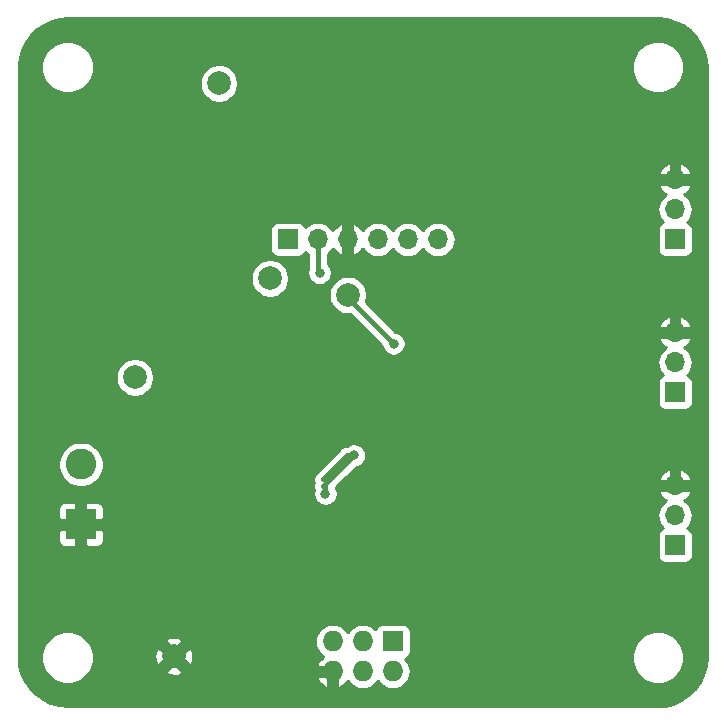
<source format=gbr>
G04 #@! TF.GenerationSoftware,KiCad,Pcbnew,5.1.4+dfsg1-1*
G04 #@! TF.CreationDate,2019-10-01T15:37:08+02:00*
G04 #@! TF.ProjectId,joystick-pcb,6a6f7973-7469-4636-9b2d-7063622e6b69,1*
G04 #@! TF.SameCoordinates,Original*
G04 #@! TF.FileFunction,Copper,L2,Bot*
G04 #@! TF.FilePolarity,Positive*
%FSLAX46Y46*%
G04 Gerber Fmt 4.6, Leading zero omitted, Abs format (unit mm)*
G04 Created by KiCad (PCBNEW 5.1.4+dfsg1-1) date 2019-10-01 15:37:08*
%MOMM*%
%LPD*%
G04 APERTURE LIST*
%ADD10C,2.600000*%
%ADD11R,2.600000X2.600000*%
%ADD12C,2.000000*%
%ADD13O,1.700000X1.700000*%
%ADD14R,1.700000X1.700000*%
%ADD15O,1.727200X1.727200*%
%ADD16R,1.727200X1.727200*%
%ADD17C,1.200000*%
%ADD18C,0.800000*%
%ADD19C,2.400000*%
%ADD20C,0.400000*%
%ADD21C,0.254000*%
G04 APERTURE END LIST*
D10*
X136144000Y-88646000D03*
D11*
X136144000Y-93726000D03*
D12*
X144018000Y-104902000D03*
X152146000Y-72898000D03*
X158750000Y-74295000D03*
X140716000Y-81280000D03*
X147828000Y-56388000D03*
D13*
X166370000Y-69596000D03*
X163830000Y-69596000D03*
X161290000Y-69596000D03*
X158750000Y-69596000D03*
X156210000Y-69596000D03*
D14*
X153670000Y-69596000D03*
D13*
X186452000Y-64516000D03*
X186452000Y-67056000D03*
D14*
X186452000Y-69596000D03*
D13*
X186452000Y-77470000D03*
X186452000Y-80010000D03*
D14*
X186452000Y-82550000D03*
D13*
X186452000Y-90424000D03*
X186452000Y-92964000D03*
D14*
X186452000Y-95504000D03*
D15*
X157480000Y-106172000D03*
X157480000Y-103632000D03*
X160020000Y-106172000D03*
X160020000Y-103632000D03*
X162560000Y-106172000D03*
D16*
X162560000Y-103632000D03*
D17*
X146304000Y-65532000D03*
X146304000Y-64008000D03*
D18*
X140208000Y-67056000D03*
X140208000Y-68580000D03*
X140208000Y-70104000D03*
X140208000Y-71628000D03*
X138430000Y-71628000D03*
X138430000Y-70104000D03*
X138430000Y-68580000D03*
X138430000Y-67056000D03*
X136652000Y-71628000D03*
X136652000Y-70104000D03*
X136652000Y-68580000D03*
X136652000Y-67056000D03*
X179340000Y-63770000D03*
X179340000Y-76692010D03*
X179340000Y-89678000D03*
D19*
X144780000Y-54102000D03*
X133132500Y-76236500D03*
D17*
X138938000Y-76200000D03*
X149860000Y-58420000D03*
X159512011Y-83058011D03*
X158369004Y-84201000D03*
D18*
X166624000Y-92456000D03*
X162560000Y-94996000D03*
X165100000Y-88900000D03*
X151638000Y-80264000D03*
X148082000Y-90424000D03*
X146812000Y-87629930D03*
X152908000Y-82621000D03*
X154813000Y-77089000D03*
X157676307Y-78289693D03*
X156362943Y-72415943D03*
X159258000Y-87884000D03*
X156845000Y-91122502D03*
X162615186Y-78414186D03*
D20*
X156210000Y-72263000D02*
X156362943Y-72415943D01*
X156210000Y-69596000D02*
X156210000Y-72263000D01*
X158692315Y-87884000D02*
X156660315Y-89916000D01*
X159258000Y-87884000D02*
X158692315Y-87884000D01*
X159258000Y-87884000D02*
X156654500Y-90487500D01*
X159258000Y-87884000D02*
X156845000Y-90297000D01*
X156845000Y-90556817D02*
X156845000Y-91122502D01*
X156845000Y-90297000D02*
X156845000Y-90556817D01*
X162615186Y-78414186D02*
X162615186Y-78287186D01*
X158750000Y-74549000D02*
X158750000Y-74295000D01*
X162615186Y-78414186D02*
X158750000Y-74549000D01*
D21*
G36*
X185728081Y-50953497D02*
G01*
X186433147Y-51146381D01*
X187092916Y-51461075D01*
X187686527Y-51887628D01*
X188195221Y-52412559D01*
X188602920Y-53019279D01*
X188896734Y-53688605D01*
X189069011Y-54406191D01*
X189115000Y-55032447D01*
X189115001Y-104960579D01*
X189046503Y-105728082D01*
X188853619Y-106433147D01*
X188538926Y-107092914D01*
X188112372Y-107686526D01*
X187587438Y-108195223D01*
X186980723Y-108602919D01*
X186311395Y-108896734D01*
X185593810Y-109069011D01*
X184967554Y-109115000D01*
X135039409Y-109115000D01*
X134271918Y-109046503D01*
X133566853Y-108853619D01*
X132907086Y-108538926D01*
X132313474Y-108112372D01*
X131804777Y-107587438D01*
X131397081Y-106980723D01*
X131103266Y-106311395D01*
X130930989Y-105593810D01*
X130885000Y-104967554D01*
X130885000Y-104779872D01*
X132765000Y-104779872D01*
X132765000Y-105220128D01*
X132850890Y-105651925D01*
X133019369Y-106058669D01*
X133263962Y-106424729D01*
X133575271Y-106736038D01*
X133941331Y-106980631D01*
X134348075Y-107149110D01*
X134779872Y-107235000D01*
X135220128Y-107235000D01*
X135651925Y-107149110D01*
X136058669Y-106980631D01*
X136377695Y-106767465D01*
X156104767Y-106767465D01*
X156247361Y-107024318D01*
X156437325Y-107248417D01*
X156667358Y-107431150D01*
X156884537Y-107547218D01*
X157107000Y-107458883D01*
X157107000Y-106545000D01*
X156187297Y-106545000D01*
X156104767Y-106767465D01*
X136377695Y-106767465D01*
X136424729Y-106736038D01*
X136736038Y-106424729D01*
X136898540Y-106181527D01*
X143265974Y-106181527D01*
X143379302Y-106415678D01*
X143686877Y-106511197D01*
X144007178Y-106544875D01*
X144327895Y-106515418D01*
X144636703Y-106423960D01*
X144656698Y-106415678D01*
X144770026Y-106181527D01*
X144018000Y-105429502D01*
X143265974Y-106181527D01*
X136898540Y-106181527D01*
X136980631Y-106058669D01*
X137149110Y-105651925D01*
X137235000Y-105220128D01*
X137235000Y-104891178D01*
X142375125Y-104891178D01*
X142404582Y-105211895D01*
X142496040Y-105520703D01*
X142504322Y-105540698D01*
X142738473Y-105654026D01*
X143490498Y-104902000D01*
X144545502Y-104902000D01*
X145297527Y-105654026D01*
X145531678Y-105540698D01*
X145627197Y-105233123D01*
X145660875Y-104912822D01*
X145631418Y-104592105D01*
X145539960Y-104283297D01*
X145531678Y-104263302D01*
X145297527Y-104149974D01*
X144545502Y-104902000D01*
X143490498Y-104902000D01*
X142738473Y-104149974D01*
X142504322Y-104263302D01*
X142408803Y-104570877D01*
X142375125Y-104891178D01*
X137235000Y-104891178D01*
X137235000Y-104779872D01*
X137149110Y-104348075D01*
X136980631Y-103941331D01*
X136767578Y-103622473D01*
X143265974Y-103622473D01*
X144018000Y-104374498D01*
X144760498Y-103632000D01*
X155974149Y-103632000D01*
X156003084Y-103925777D01*
X156088775Y-104208264D01*
X156227931Y-104468606D01*
X156415203Y-104696797D01*
X156643394Y-104884069D01*
X156682300Y-104904865D01*
X156667358Y-104912850D01*
X156437325Y-105095583D01*
X156247361Y-105319682D01*
X156104767Y-105576535D01*
X156187297Y-105799000D01*
X157107000Y-105799000D01*
X157107000Y-105779000D01*
X157853000Y-105779000D01*
X157853000Y-105799000D01*
X157873000Y-105799000D01*
X157873000Y-106545000D01*
X157853000Y-106545000D01*
X157853000Y-107458883D01*
X158075463Y-107547218D01*
X158292642Y-107431150D01*
X158522675Y-107248417D01*
X158712639Y-107024318D01*
X158745087Y-106965869D01*
X158767931Y-107008606D01*
X158955203Y-107236797D01*
X159183394Y-107424069D01*
X159443736Y-107563225D01*
X159726223Y-107648916D01*
X159946381Y-107670600D01*
X160093619Y-107670600D01*
X160313777Y-107648916D01*
X160596264Y-107563225D01*
X160856606Y-107424069D01*
X161084797Y-107236797D01*
X161272069Y-107008606D01*
X161290000Y-106975060D01*
X161307931Y-107008606D01*
X161495203Y-107236797D01*
X161723394Y-107424069D01*
X161983736Y-107563225D01*
X162266223Y-107648916D01*
X162486381Y-107670600D01*
X162633619Y-107670600D01*
X162853777Y-107648916D01*
X163136264Y-107563225D01*
X163396606Y-107424069D01*
X163624797Y-107236797D01*
X163812069Y-107008606D01*
X163951225Y-106748264D01*
X164036916Y-106465777D01*
X164065851Y-106172000D01*
X164036916Y-105878223D01*
X163951225Y-105595736D01*
X163812069Y-105335394D01*
X163624797Y-105107203D01*
X163616735Y-105100586D01*
X163667780Y-105085102D01*
X163778094Y-105026137D01*
X163874785Y-104946785D01*
X163954137Y-104850094D01*
X163991672Y-104779872D01*
X182765000Y-104779872D01*
X182765000Y-105220128D01*
X182850890Y-105651925D01*
X183019369Y-106058669D01*
X183263962Y-106424729D01*
X183575271Y-106736038D01*
X183941331Y-106980631D01*
X184348075Y-107149110D01*
X184779872Y-107235000D01*
X185220128Y-107235000D01*
X185651925Y-107149110D01*
X186058669Y-106980631D01*
X186424729Y-106736038D01*
X186736038Y-106424729D01*
X186980631Y-106058669D01*
X187149110Y-105651925D01*
X187235000Y-105220128D01*
X187235000Y-104779872D01*
X187149110Y-104348075D01*
X186980631Y-103941331D01*
X186736038Y-103575271D01*
X186424729Y-103263962D01*
X186058669Y-103019369D01*
X185651925Y-102850890D01*
X185220128Y-102765000D01*
X184779872Y-102765000D01*
X184348075Y-102850890D01*
X183941331Y-103019369D01*
X183575271Y-103263962D01*
X183263962Y-103575271D01*
X183019369Y-103941331D01*
X182850890Y-104348075D01*
X182765000Y-104779872D01*
X163991672Y-104779872D01*
X164013102Y-104739780D01*
X164049412Y-104620082D01*
X164061672Y-104495600D01*
X164061672Y-102768400D01*
X164049412Y-102643918D01*
X164013102Y-102524220D01*
X163954137Y-102413906D01*
X163874785Y-102317215D01*
X163778094Y-102237863D01*
X163667780Y-102178898D01*
X163548082Y-102142588D01*
X163423600Y-102130328D01*
X161696400Y-102130328D01*
X161571918Y-102142588D01*
X161452220Y-102178898D01*
X161341906Y-102237863D01*
X161245215Y-102317215D01*
X161165863Y-102413906D01*
X161106898Y-102524220D01*
X161091414Y-102575265D01*
X161084797Y-102567203D01*
X160856606Y-102379931D01*
X160596264Y-102240775D01*
X160313777Y-102155084D01*
X160093619Y-102133400D01*
X159946381Y-102133400D01*
X159726223Y-102155084D01*
X159443736Y-102240775D01*
X159183394Y-102379931D01*
X158955203Y-102567203D01*
X158767931Y-102795394D01*
X158750000Y-102828940D01*
X158732069Y-102795394D01*
X158544797Y-102567203D01*
X158316606Y-102379931D01*
X158056264Y-102240775D01*
X157773777Y-102155084D01*
X157553619Y-102133400D01*
X157406381Y-102133400D01*
X157186223Y-102155084D01*
X156903736Y-102240775D01*
X156643394Y-102379931D01*
X156415203Y-102567203D01*
X156227931Y-102795394D01*
X156088775Y-103055736D01*
X156003084Y-103338223D01*
X155974149Y-103632000D01*
X144760498Y-103632000D01*
X144770026Y-103622473D01*
X144656698Y-103388322D01*
X144349123Y-103292803D01*
X144028822Y-103259125D01*
X143708105Y-103288582D01*
X143399297Y-103380040D01*
X143379302Y-103388322D01*
X143265974Y-103622473D01*
X136767578Y-103622473D01*
X136736038Y-103575271D01*
X136424729Y-103263962D01*
X136058669Y-103019369D01*
X135651925Y-102850890D01*
X135220128Y-102765000D01*
X134779872Y-102765000D01*
X134348075Y-102850890D01*
X133941331Y-103019369D01*
X133575271Y-103263962D01*
X133263962Y-103575271D01*
X133019369Y-103941331D01*
X132850890Y-104348075D01*
X132765000Y-104779872D01*
X130885000Y-104779872D01*
X130885000Y-95026000D01*
X134205928Y-95026000D01*
X134218188Y-95150482D01*
X134254498Y-95270180D01*
X134313463Y-95380494D01*
X134392815Y-95477185D01*
X134489506Y-95556537D01*
X134599820Y-95615502D01*
X134719518Y-95651812D01*
X134844000Y-95664072D01*
X135612250Y-95661000D01*
X135771000Y-95502250D01*
X135771000Y-94099000D01*
X136517000Y-94099000D01*
X136517000Y-95502250D01*
X136675750Y-95661000D01*
X137444000Y-95664072D01*
X137568482Y-95651812D01*
X137688180Y-95615502D01*
X137798494Y-95556537D01*
X137895185Y-95477185D01*
X137974537Y-95380494D01*
X138033502Y-95270180D01*
X138069812Y-95150482D01*
X138082072Y-95026000D01*
X138079000Y-94257750D01*
X137920250Y-94099000D01*
X136517000Y-94099000D01*
X135771000Y-94099000D01*
X134367750Y-94099000D01*
X134209000Y-94257750D01*
X134205928Y-95026000D01*
X130885000Y-95026000D01*
X130885000Y-92426000D01*
X134205928Y-92426000D01*
X134209000Y-93194250D01*
X134367750Y-93353000D01*
X135771000Y-93353000D01*
X135771000Y-91949750D01*
X136517000Y-91949750D01*
X136517000Y-93353000D01*
X137920250Y-93353000D01*
X138079000Y-93194250D01*
X138079920Y-92964000D01*
X184959815Y-92964000D01*
X184988487Y-93255111D01*
X185073401Y-93535034D01*
X185211294Y-93793014D01*
X185396866Y-94019134D01*
X185426687Y-94043607D01*
X185357820Y-94064498D01*
X185247506Y-94123463D01*
X185150815Y-94202815D01*
X185071463Y-94299506D01*
X185012498Y-94409820D01*
X184976188Y-94529518D01*
X184963928Y-94654000D01*
X184963928Y-96354000D01*
X184976188Y-96478482D01*
X185012498Y-96598180D01*
X185071463Y-96708494D01*
X185150815Y-96805185D01*
X185247506Y-96884537D01*
X185357820Y-96943502D01*
X185477518Y-96979812D01*
X185602000Y-96992072D01*
X187302000Y-96992072D01*
X187426482Y-96979812D01*
X187546180Y-96943502D01*
X187656494Y-96884537D01*
X187753185Y-96805185D01*
X187832537Y-96708494D01*
X187891502Y-96598180D01*
X187927812Y-96478482D01*
X187940072Y-96354000D01*
X187940072Y-94654000D01*
X187927812Y-94529518D01*
X187891502Y-94409820D01*
X187832537Y-94299506D01*
X187753185Y-94202815D01*
X187656494Y-94123463D01*
X187546180Y-94064498D01*
X187477313Y-94043607D01*
X187507134Y-94019134D01*
X187692706Y-93793014D01*
X187830599Y-93535034D01*
X187915513Y-93255111D01*
X187944185Y-92964000D01*
X187915513Y-92672889D01*
X187830599Y-92392966D01*
X187692706Y-92134986D01*
X187507134Y-91908866D01*
X187281014Y-91723294D01*
X187217379Y-91689280D01*
X187299457Y-91643461D01*
X187521078Y-91454699D01*
X187701615Y-91226328D01*
X187813345Y-91017265D01*
X187724718Y-90797000D01*
X186825000Y-90797000D01*
X186825000Y-90817000D01*
X186079000Y-90817000D01*
X186079000Y-90797000D01*
X185179282Y-90797000D01*
X185090655Y-91017265D01*
X185202385Y-91226328D01*
X185382922Y-91454699D01*
X185604543Y-91643461D01*
X185686621Y-91689280D01*
X185622986Y-91723294D01*
X185396866Y-91908866D01*
X185211294Y-92134986D01*
X185073401Y-92392966D01*
X184988487Y-92672889D01*
X184959815Y-92964000D01*
X138079920Y-92964000D01*
X138082072Y-92426000D01*
X138069812Y-92301518D01*
X138033502Y-92181820D01*
X137974537Y-92071506D01*
X137895185Y-91974815D01*
X137798494Y-91895463D01*
X137688180Y-91836498D01*
X137568482Y-91800188D01*
X137444000Y-91787928D01*
X136675750Y-91791000D01*
X136517000Y-91949750D01*
X135771000Y-91949750D01*
X135612250Y-91791000D01*
X134844000Y-91787928D01*
X134719518Y-91800188D01*
X134599820Y-91836498D01*
X134489506Y-91895463D01*
X134392815Y-91974815D01*
X134313463Y-92071506D01*
X134254498Y-92181820D01*
X134218188Y-92301518D01*
X134205928Y-92426000D01*
X130885000Y-92426000D01*
X130885000Y-91020563D01*
X155810000Y-91020563D01*
X155810000Y-91224441D01*
X155849774Y-91424400D01*
X155927795Y-91612758D01*
X156041063Y-91782276D01*
X156185226Y-91926439D01*
X156354744Y-92039707D01*
X156543102Y-92117728D01*
X156743061Y-92157502D01*
X156946939Y-92157502D01*
X157146898Y-92117728D01*
X157335256Y-92039707D01*
X157504774Y-91926439D01*
X157648937Y-91782276D01*
X157762205Y-91612758D01*
X157840226Y-91424400D01*
X157880000Y-91224441D01*
X157880000Y-91020563D01*
X157840226Y-90820604D01*
X157762205Y-90632246D01*
X157733533Y-90589335D01*
X158492132Y-89830735D01*
X185090655Y-89830735D01*
X185179282Y-90051000D01*
X186079000Y-90051000D01*
X186079000Y-89145343D01*
X186825000Y-89145343D01*
X186825000Y-90051000D01*
X187724718Y-90051000D01*
X187813345Y-89830735D01*
X187701615Y-89621672D01*
X187521078Y-89393301D01*
X187299457Y-89204539D01*
X187045268Y-89062640D01*
X186825000Y-89145343D01*
X186079000Y-89145343D01*
X185858732Y-89062640D01*
X185604543Y-89204539D01*
X185382922Y-89393301D01*
X185202385Y-89621672D01*
X185090655Y-89830735D01*
X158492132Y-89830735D01*
X159414775Y-88908092D01*
X159559898Y-88879226D01*
X159748256Y-88801205D01*
X159917774Y-88687937D01*
X160061937Y-88543774D01*
X160175205Y-88374256D01*
X160253226Y-88185898D01*
X160293000Y-87985939D01*
X160293000Y-87782061D01*
X160253226Y-87582102D01*
X160175205Y-87393744D01*
X160061937Y-87224226D01*
X159917774Y-87080063D01*
X159748256Y-86966795D01*
X159559898Y-86888774D01*
X159359939Y-86849000D01*
X159156061Y-86849000D01*
X158956102Y-86888774D01*
X158767744Y-86966795D01*
X158643577Y-87049760D01*
X158528626Y-87061082D01*
X158371228Y-87108828D01*
X158226169Y-87186364D01*
X158099024Y-87290709D01*
X158072878Y-87322568D01*
X156040877Y-89354571D01*
X155962679Y-89449855D01*
X155885143Y-89594914D01*
X155837397Y-89752312D01*
X155821275Y-89916000D01*
X155837397Y-90079688D01*
X155871516Y-90192165D01*
X155831582Y-90323812D01*
X155815460Y-90487500D01*
X155831582Y-90651188D01*
X155868939Y-90774337D01*
X155849774Y-90820604D01*
X155810000Y-91020563D01*
X130885000Y-91020563D01*
X130885000Y-88455419D01*
X134209000Y-88455419D01*
X134209000Y-88836581D01*
X134283361Y-89210419D01*
X134429225Y-89562566D01*
X134640987Y-89879491D01*
X134910509Y-90149013D01*
X135227434Y-90360775D01*
X135579581Y-90506639D01*
X135953419Y-90581000D01*
X136334581Y-90581000D01*
X136708419Y-90506639D01*
X137060566Y-90360775D01*
X137377491Y-90149013D01*
X137647013Y-89879491D01*
X137858775Y-89562566D01*
X138004639Y-89210419D01*
X138079000Y-88836581D01*
X138079000Y-88455419D01*
X138004639Y-88081581D01*
X137858775Y-87729434D01*
X137647013Y-87412509D01*
X137377491Y-87142987D01*
X137060566Y-86931225D01*
X136708419Y-86785361D01*
X136334581Y-86711000D01*
X135953419Y-86711000D01*
X135579581Y-86785361D01*
X135227434Y-86931225D01*
X134910509Y-87142987D01*
X134640987Y-87412509D01*
X134429225Y-87729434D01*
X134283361Y-88081581D01*
X134209000Y-88455419D01*
X130885000Y-88455419D01*
X130885000Y-81118967D01*
X139081000Y-81118967D01*
X139081000Y-81441033D01*
X139143832Y-81756912D01*
X139267082Y-82054463D01*
X139446013Y-82322252D01*
X139673748Y-82549987D01*
X139941537Y-82728918D01*
X140239088Y-82852168D01*
X140554967Y-82915000D01*
X140877033Y-82915000D01*
X141192912Y-82852168D01*
X141490463Y-82728918D01*
X141758252Y-82549987D01*
X141985987Y-82322252D01*
X142164918Y-82054463D01*
X142288168Y-81756912D01*
X142351000Y-81441033D01*
X142351000Y-81118967D01*
X142288168Y-80803088D01*
X142164918Y-80505537D01*
X141985987Y-80237748D01*
X141758252Y-80010013D01*
X141758233Y-80010000D01*
X184959815Y-80010000D01*
X184988487Y-80301111D01*
X185073401Y-80581034D01*
X185211294Y-80839014D01*
X185396866Y-81065134D01*
X185426687Y-81089607D01*
X185357820Y-81110498D01*
X185247506Y-81169463D01*
X185150815Y-81248815D01*
X185071463Y-81345506D01*
X185012498Y-81455820D01*
X184976188Y-81575518D01*
X184963928Y-81700000D01*
X184963928Y-83400000D01*
X184976188Y-83524482D01*
X185012498Y-83644180D01*
X185071463Y-83754494D01*
X185150815Y-83851185D01*
X185247506Y-83930537D01*
X185357820Y-83989502D01*
X185477518Y-84025812D01*
X185602000Y-84038072D01*
X187302000Y-84038072D01*
X187426482Y-84025812D01*
X187546180Y-83989502D01*
X187656494Y-83930537D01*
X187753185Y-83851185D01*
X187832537Y-83754494D01*
X187891502Y-83644180D01*
X187927812Y-83524482D01*
X187940072Y-83400000D01*
X187940072Y-81700000D01*
X187927812Y-81575518D01*
X187891502Y-81455820D01*
X187832537Y-81345506D01*
X187753185Y-81248815D01*
X187656494Y-81169463D01*
X187546180Y-81110498D01*
X187477313Y-81089607D01*
X187507134Y-81065134D01*
X187692706Y-80839014D01*
X187830599Y-80581034D01*
X187915513Y-80301111D01*
X187944185Y-80010000D01*
X187915513Y-79718889D01*
X187830599Y-79438966D01*
X187692706Y-79180986D01*
X187507134Y-78954866D01*
X187281014Y-78769294D01*
X187217379Y-78735280D01*
X187299457Y-78689461D01*
X187521078Y-78500699D01*
X187701615Y-78272328D01*
X187813345Y-78063265D01*
X187724718Y-77843000D01*
X186825000Y-77843000D01*
X186825000Y-77863000D01*
X186079000Y-77863000D01*
X186079000Y-77843000D01*
X185179282Y-77843000D01*
X185090655Y-78063265D01*
X185202385Y-78272328D01*
X185382922Y-78500699D01*
X185604543Y-78689461D01*
X185686621Y-78735280D01*
X185622986Y-78769294D01*
X185396866Y-78954866D01*
X185211294Y-79180986D01*
X185073401Y-79438966D01*
X184988487Y-79718889D01*
X184959815Y-80010000D01*
X141758233Y-80010000D01*
X141490463Y-79831082D01*
X141192912Y-79707832D01*
X140877033Y-79645000D01*
X140554967Y-79645000D01*
X140239088Y-79707832D01*
X139941537Y-79831082D01*
X139673748Y-80010013D01*
X139446013Y-80237748D01*
X139267082Y-80505537D01*
X139143832Y-80803088D01*
X139081000Y-81118967D01*
X130885000Y-81118967D01*
X130885000Y-72736967D01*
X150511000Y-72736967D01*
X150511000Y-73059033D01*
X150573832Y-73374912D01*
X150697082Y-73672463D01*
X150876013Y-73940252D01*
X151103748Y-74167987D01*
X151371537Y-74346918D01*
X151669088Y-74470168D01*
X151984967Y-74533000D01*
X152307033Y-74533000D01*
X152622912Y-74470168D01*
X152920463Y-74346918D01*
X153188252Y-74167987D01*
X153222272Y-74133967D01*
X157115000Y-74133967D01*
X157115000Y-74456033D01*
X157177832Y-74771912D01*
X157301082Y-75069463D01*
X157480013Y-75337252D01*
X157707748Y-75564987D01*
X157975537Y-75743918D01*
X158273088Y-75867168D01*
X158588967Y-75930000D01*
X158911033Y-75930000D01*
X158943646Y-75923513D01*
X161591094Y-78570961D01*
X161619960Y-78716084D01*
X161697981Y-78904442D01*
X161811249Y-79073960D01*
X161955412Y-79218123D01*
X162124930Y-79331391D01*
X162313288Y-79409412D01*
X162513247Y-79449186D01*
X162717125Y-79449186D01*
X162917084Y-79409412D01*
X163105442Y-79331391D01*
X163274960Y-79218123D01*
X163419123Y-79073960D01*
X163532391Y-78904442D01*
X163610412Y-78716084D01*
X163650186Y-78516125D01*
X163650186Y-78312247D01*
X163610412Y-78112288D01*
X163532391Y-77923930D01*
X163419123Y-77754412D01*
X163274960Y-77610249D01*
X163105442Y-77496981D01*
X162917084Y-77418960D01*
X162771961Y-77390094D01*
X162258602Y-76876735D01*
X185090655Y-76876735D01*
X185179282Y-77097000D01*
X186079000Y-77097000D01*
X186079000Y-76191343D01*
X186825000Y-76191343D01*
X186825000Y-77097000D01*
X187724718Y-77097000D01*
X187813345Y-76876735D01*
X187701615Y-76667672D01*
X187521078Y-76439301D01*
X187299457Y-76250539D01*
X187045268Y-76108640D01*
X186825000Y-76191343D01*
X186079000Y-76191343D01*
X185858732Y-76108640D01*
X185604543Y-76250539D01*
X185382922Y-76439301D01*
X185202385Y-76667672D01*
X185090655Y-76876735D01*
X162258602Y-76876735D01*
X160272848Y-74890981D01*
X160322168Y-74771912D01*
X160385000Y-74456033D01*
X160385000Y-74133967D01*
X160322168Y-73818088D01*
X160198918Y-73520537D01*
X160019987Y-73252748D01*
X159792252Y-73025013D01*
X159524463Y-72846082D01*
X159226912Y-72722832D01*
X158911033Y-72660000D01*
X158588967Y-72660000D01*
X158273088Y-72722832D01*
X157975537Y-72846082D01*
X157707748Y-73025013D01*
X157480013Y-73252748D01*
X157301082Y-73520537D01*
X157177832Y-73818088D01*
X157115000Y-74133967D01*
X153222272Y-74133967D01*
X153415987Y-73940252D01*
X153594918Y-73672463D01*
X153718168Y-73374912D01*
X153781000Y-73059033D01*
X153781000Y-72736967D01*
X153718168Y-72421088D01*
X153594918Y-72123537D01*
X153415987Y-71855748D01*
X153188252Y-71628013D01*
X152920463Y-71449082D01*
X152622912Y-71325832D01*
X152307033Y-71263000D01*
X151984967Y-71263000D01*
X151669088Y-71325832D01*
X151371537Y-71449082D01*
X151103748Y-71628013D01*
X150876013Y-71855748D01*
X150697082Y-72123537D01*
X150573832Y-72421088D01*
X150511000Y-72736967D01*
X130885000Y-72736967D01*
X130885000Y-68746000D01*
X152181928Y-68746000D01*
X152181928Y-70446000D01*
X152194188Y-70570482D01*
X152230498Y-70690180D01*
X152289463Y-70800494D01*
X152368815Y-70897185D01*
X152465506Y-70976537D01*
X152575820Y-71035502D01*
X152695518Y-71071812D01*
X152820000Y-71084072D01*
X154520000Y-71084072D01*
X154644482Y-71071812D01*
X154764180Y-71035502D01*
X154874494Y-70976537D01*
X154971185Y-70897185D01*
X155050537Y-70800494D01*
X155109502Y-70690180D01*
X155130393Y-70621313D01*
X155154866Y-70651134D01*
X155375000Y-70831794D01*
X155375001Y-72096460D01*
X155367717Y-72114045D01*
X155327943Y-72314004D01*
X155327943Y-72517882D01*
X155367717Y-72717841D01*
X155445738Y-72906199D01*
X155559006Y-73075717D01*
X155703169Y-73219880D01*
X155872687Y-73333148D01*
X156061045Y-73411169D01*
X156261004Y-73450943D01*
X156464882Y-73450943D01*
X156664841Y-73411169D01*
X156853199Y-73333148D01*
X157022717Y-73219880D01*
X157166880Y-73075717D01*
X157280148Y-72906199D01*
X157358169Y-72717841D01*
X157397943Y-72517882D01*
X157397943Y-72314004D01*
X157358169Y-72114045D01*
X157280148Y-71925687D01*
X157166880Y-71756169D01*
X157045000Y-71634289D01*
X157045000Y-70831793D01*
X157265134Y-70651134D01*
X157450706Y-70425014D01*
X157484720Y-70361379D01*
X157530539Y-70443457D01*
X157719301Y-70665078D01*
X157947672Y-70845615D01*
X158156735Y-70957345D01*
X158377000Y-70868718D01*
X158377000Y-69969000D01*
X158357000Y-69969000D01*
X158357000Y-69223000D01*
X158377000Y-69223000D01*
X158377000Y-68323282D01*
X159123000Y-68323282D01*
X159123000Y-69223000D01*
X159143000Y-69223000D01*
X159143000Y-69969000D01*
X159123000Y-69969000D01*
X159123000Y-70868718D01*
X159343265Y-70957345D01*
X159552328Y-70845615D01*
X159780699Y-70665078D01*
X159969461Y-70443457D01*
X160015280Y-70361379D01*
X160049294Y-70425014D01*
X160234866Y-70651134D01*
X160460986Y-70836706D01*
X160718966Y-70974599D01*
X160998889Y-71059513D01*
X161217050Y-71081000D01*
X161362950Y-71081000D01*
X161581111Y-71059513D01*
X161861034Y-70974599D01*
X162119014Y-70836706D01*
X162345134Y-70651134D01*
X162530706Y-70425014D01*
X162560000Y-70370209D01*
X162589294Y-70425014D01*
X162774866Y-70651134D01*
X163000986Y-70836706D01*
X163258966Y-70974599D01*
X163538889Y-71059513D01*
X163757050Y-71081000D01*
X163902950Y-71081000D01*
X164121111Y-71059513D01*
X164401034Y-70974599D01*
X164659014Y-70836706D01*
X164885134Y-70651134D01*
X165070706Y-70425014D01*
X165100000Y-70370209D01*
X165129294Y-70425014D01*
X165314866Y-70651134D01*
X165540986Y-70836706D01*
X165798966Y-70974599D01*
X166078889Y-71059513D01*
X166297050Y-71081000D01*
X166442950Y-71081000D01*
X166661111Y-71059513D01*
X166941034Y-70974599D01*
X167199014Y-70836706D01*
X167425134Y-70651134D01*
X167610706Y-70425014D01*
X167748599Y-70167034D01*
X167833513Y-69887111D01*
X167862185Y-69596000D01*
X167833513Y-69304889D01*
X167748599Y-69024966D01*
X167610706Y-68766986D01*
X167425134Y-68540866D01*
X167199014Y-68355294D01*
X166941034Y-68217401D01*
X166661111Y-68132487D01*
X166442950Y-68111000D01*
X166297050Y-68111000D01*
X166078889Y-68132487D01*
X165798966Y-68217401D01*
X165540986Y-68355294D01*
X165314866Y-68540866D01*
X165129294Y-68766986D01*
X165100000Y-68821791D01*
X165070706Y-68766986D01*
X164885134Y-68540866D01*
X164659014Y-68355294D01*
X164401034Y-68217401D01*
X164121111Y-68132487D01*
X163902950Y-68111000D01*
X163757050Y-68111000D01*
X163538889Y-68132487D01*
X163258966Y-68217401D01*
X163000986Y-68355294D01*
X162774866Y-68540866D01*
X162589294Y-68766986D01*
X162560000Y-68821791D01*
X162530706Y-68766986D01*
X162345134Y-68540866D01*
X162119014Y-68355294D01*
X161861034Y-68217401D01*
X161581111Y-68132487D01*
X161362950Y-68111000D01*
X161217050Y-68111000D01*
X160998889Y-68132487D01*
X160718966Y-68217401D01*
X160460986Y-68355294D01*
X160234866Y-68540866D01*
X160049294Y-68766986D01*
X160015280Y-68830621D01*
X159969461Y-68748543D01*
X159780699Y-68526922D01*
X159552328Y-68346385D01*
X159343265Y-68234655D01*
X159123000Y-68323282D01*
X158377000Y-68323282D01*
X158156735Y-68234655D01*
X157947672Y-68346385D01*
X157719301Y-68526922D01*
X157530539Y-68748543D01*
X157484720Y-68830621D01*
X157450706Y-68766986D01*
X157265134Y-68540866D01*
X157039014Y-68355294D01*
X156781034Y-68217401D01*
X156501111Y-68132487D01*
X156282950Y-68111000D01*
X156137050Y-68111000D01*
X155918889Y-68132487D01*
X155638966Y-68217401D01*
X155380986Y-68355294D01*
X155154866Y-68540866D01*
X155130393Y-68570687D01*
X155109502Y-68501820D01*
X155050537Y-68391506D01*
X154971185Y-68294815D01*
X154874494Y-68215463D01*
X154764180Y-68156498D01*
X154644482Y-68120188D01*
X154520000Y-68107928D01*
X152820000Y-68107928D01*
X152695518Y-68120188D01*
X152575820Y-68156498D01*
X152465506Y-68215463D01*
X152368815Y-68294815D01*
X152289463Y-68391506D01*
X152230498Y-68501820D01*
X152194188Y-68621518D01*
X152181928Y-68746000D01*
X130885000Y-68746000D01*
X130885000Y-67056000D01*
X184959815Y-67056000D01*
X184988487Y-67347111D01*
X185073401Y-67627034D01*
X185211294Y-67885014D01*
X185396866Y-68111134D01*
X185426687Y-68135607D01*
X185357820Y-68156498D01*
X185247506Y-68215463D01*
X185150815Y-68294815D01*
X185071463Y-68391506D01*
X185012498Y-68501820D01*
X184976188Y-68621518D01*
X184963928Y-68746000D01*
X184963928Y-70446000D01*
X184976188Y-70570482D01*
X185012498Y-70690180D01*
X185071463Y-70800494D01*
X185150815Y-70897185D01*
X185247506Y-70976537D01*
X185357820Y-71035502D01*
X185477518Y-71071812D01*
X185602000Y-71084072D01*
X187302000Y-71084072D01*
X187426482Y-71071812D01*
X187546180Y-71035502D01*
X187656494Y-70976537D01*
X187753185Y-70897185D01*
X187832537Y-70800494D01*
X187891502Y-70690180D01*
X187927812Y-70570482D01*
X187940072Y-70446000D01*
X187940072Y-68746000D01*
X187927812Y-68621518D01*
X187891502Y-68501820D01*
X187832537Y-68391506D01*
X187753185Y-68294815D01*
X187656494Y-68215463D01*
X187546180Y-68156498D01*
X187477313Y-68135607D01*
X187507134Y-68111134D01*
X187692706Y-67885014D01*
X187830599Y-67627034D01*
X187915513Y-67347111D01*
X187944185Y-67056000D01*
X187915513Y-66764889D01*
X187830599Y-66484966D01*
X187692706Y-66226986D01*
X187507134Y-66000866D01*
X187281014Y-65815294D01*
X187217379Y-65781280D01*
X187299457Y-65735461D01*
X187521078Y-65546699D01*
X187701615Y-65318328D01*
X187813345Y-65109265D01*
X187724718Y-64889000D01*
X186825000Y-64889000D01*
X186825000Y-64909000D01*
X186079000Y-64909000D01*
X186079000Y-64889000D01*
X185179282Y-64889000D01*
X185090655Y-65109265D01*
X185202385Y-65318328D01*
X185382922Y-65546699D01*
X185604543Y-65735461D01*
X185686621Y-65781280D01*
X185622986Y-65815294D01*
X185396866Y-66000866D01*
X185211294Y-66226986D01*
X185073401Y-66484966D01*
X184988487Y-66764889D01*
X184959815Y-67056000D01*
X130885000Y-67056000D01*
X130885000Y-63922735D01*
X185090655Y-63922735D01*
X185179282Y-64143000D01*
X186079000Y-64143000D01*
X186079000Y-63237343D01*
X186825000Y-63237343D01*
X186825000Y-64143000D01*
X187724718Y-64143000D01*
X187813345Y-63922735D01*
X187701615Y-63713672D01*
X187521078Y-63485301D01*
X187299457Y-63296539D01*
X187045268Y-63154640D01*
X186825000Y-63237343D01*
X186079000Y-63237343D01*
X185858732Y-63154640D01*
X185604543Y-63296539D01*
X185382922Y-63485301D01*
X185202385Y-63713672D01*
X185090655Y-63922735D01*
X130885000Y-63922735D01*
X130885000Y-55039410D01*
X130908163Y-54779872D01*
X132765000Y-54779872D01*
X132765000Y-55220128D01*
X132850890Y-55651925D01*
X133019369Y-56058669D01*
X133263962Y-56424729D01*
X133575271Y-56736038D01*
X133941331Y-56980631D01*
X134348075Y-57149110D01*
X134779872Y-57235000D01*
X135220128Y-57235000D01*
X135651925Y-57149110D01*
X136058669Y-56980631D01*
X136424729Y-56736038D01*
X136736038Y-56424729D01*
X136868178Y-56226967D01*
X146193000Y-56226967D01*
X146193000Y-56549033D01*
X146255832Y-56864912D01*
X146379082Y-57162463D01*
X146558013Y-57430252D01*
X146785748Y-57657987D01*
X147053537Y-57836918D01*
X147351088Y-57960168D01*
X147666967Y-58023000D01*
X147989033Y-58023000D01*
X148304912Y-57960168D01*
X148602463Y-57836918D01*
X148870252Y-57657987D01*
X149097987Y-57430252D01*
X149276918Y-57162463D01*
X149400168Y-56864912D01*
X149463000Y-56549033D01*
X149463000Y-56226967D01*
X149400168Y-55911088D01*
X149276918Y-55613537D01*
X149097987Y-55345748D01*
X148870252Y-55118013D01*
X148602463Y-54939082D01*
X148304912Y-54815832D01*
X148124129Y-54779872D01*
X182765000Y-54779872D01*
X182765000Y-55220128D01*
X182850890Y-55651925D01*
X183019369Y-56058669D01*
X183263962Y-56424729D01*
X183575271Y-56736038D01*
X183941331Y-56980631D01*
X184348075Y-57149110D01*
X184779872Y-57235000D01*
X185220128Y-57235000D01*
X185651925Y-57149110D01*
X186058669Y-56980631D01*
X186424729Y-56736038D01*
X186736038Y-56424729D01*
X186980631Y-56058669D01*
X187149110Y-55651925D01*
X187235000Y-55220128D01*
X187235000Y-54779872D01*
X187149110Y-54348075D01*
X186980631Y-53941331D01*
X186736038Y-53575271D01*
X186424729Y-53263962D01*
X186058669Y-53019369D01*
X185651925Y-52850890D01*
X185220128Y-52765000D01*
X184779872Y-52765000D01*
X184348075Y-52850890D01*
X183941331Y-53019369D01*
X183575271Y-53263962D01*
X183263962Y-53575271D01*
X183019369Y-53941331D01*
X182850890Y-54348075D01*
X182765000Y-54779872D01*
X148124129Y-54779872D01*
X147989033Y-54753000D01*
X147666967Y-54753000D01*
X147351088Y-54815832D01*
X147053537Y-54939082D01*
X146785748Y-55118013D01*
X146558013Y-55345748D01*
X146379082Y-55613537D01*
X146255832Y-55911088D01*
X146193000Y-56226967D01*
X136868178Y-56226967D01*
X136980631Y-56058669D01*
X137149110Y-55651925D01*
X137235000Y-55220128D01*
X137235000Y-54779872D01*
X137149110Y-54348075D01*
X136980631Y-53941331D01*
X136736038Y-53575271D01*
X136424729Y-53263962D01*
X136058669Y-53019369D01*
X135651925Y-52850890D01*
X135220128Y-52765000D01*
X134779872Y-52765000D01*
X134348075Y-52850890D01*
X133941331Y-53019369D01*
X133575271Y-53263962D01*
X133263962Y-53575271D01*
X133019369Y-53941331D01*
X132850890Y-54348075D01*
X132765000Y-54779872D01*
X130908163Y-54779872D01*
X130953497Y-54271919D01*
X131146381Y-53566853D01*
X131461075Y-52907084D01*
X131887628Y-52313473D01*
X132412559Y-51804779D01*
X133019279Y-51397080D01*
X133688605Y-51103266D01*
X134406191Y-50930989D01*
X135032447Y-50885000D01*
X184960590Y-50885000D01*
X185728081Y-50953497D01*
X185728081Y-50953497D01*
G37*
X185728081Y-50953497D02*
X186433147Y-51146381D01*
X187092916Y-51461075D01*
X187686527Y-51887628D01*
X188195221Y-52412559D01*
X188602920Y-53019279D01*
X188896734Y-53688605D01*
X189069011Y-54406191D01*
X189115000Y-55032447D01*
X189115001Y-104960579D01*
X189046503Y-105728082D01*
X188853619Y-106433147D01*
X188538926Y-107092914D01*
X188112372Y-107686526D01*
X187587438Y-108195223D01*
X186980723Y-108602919D01*
X186311395Y-108896734D01*
X185593810Y-109069011D01*
X184967554Y-109115000D01*
X135039409Y-109115000D01*
X134271918Y-109046503D01*
X133566853Y-108853619D01*
X132907086Y-108538926D01*
X132313474Y-108112372D01*
X131804777Y-107587438D01*
X131397081Y-106980723D01*
X131103266Y-106311395D01*
X130930989Y-105593810D01*
X130885000Y-104967554D01*
X130885000Y-104779872D01*
X132765000Y-104779872D01*
X132765000Y-105220128D01*
X132850890Y-105651925D01*
X133019369Y-106058669D01*
X133263962Y-106424729D01*
X133575271Y-106736038D01*
X133941331Y-106980631D01*
X134348075Y-107149110D01*
X134779872Y-107235000D01*
X135220128Y-107235000D01*
X135651925Y-107149110D01*
X136058669Y-106980631D01*
X136377695Y-106767465D01*
X156104767Y-106767465D01*
X156247361Y-107024318D01*
X156437325Y-107248417D01*
X156667358Y-107431150D01*
X156884537Y-107547218D01*
X157107000Y-107458883D01*
X157107000Y-106545000D01*
X156187297Y-106545000D01*
X156104767Y-106767465D01*
X136377695Y-106767465D01*
X136424729Y-106736038D01*
X136736038Y-106424729D01*
X136898540Y-106181527D01*
X143265974Y-106181527D01*
X143379302Y-106415678D01*
X143686877Y-106511197D01*
X144007178Y-106544875D01*
X144327895Y-106515418D01*
X144636703Y-106423960D01*
X144656698Y-106415678D01*
X144770026Y-106181527D01*
X144018000Y-105429502D01*
X143265974Y-106181527D01*
X136898540Y-106181527D01*
X136980631Y-106058669D01*
X137149110Y-105651925D01*
X137235000Y-105220128D01*
X137235000Y-104891178D01*
X142375125Y-104891178D01*
X142404582Y-105211895D01*
X142496040Y-105520703D01*
X142504322Y-105540698D01*
X142738473Y-105654026D01*
X143490498Y-104902000D01*
X144545502Y-104902000D01*
X145297527Y-105654026D01*
X145531678Y-105540698D01*
X145627197Y-105233123D01*
X145660875Y-104912822D01*
X145631418Y-104592105D01*
X145539960Y-104283297D01*
X145531678Y-104263302D01*
X145297527Y-104149974D01*
X144545502Y-104902000D01*
X143490498Y-104902000D01*
X142738473Y-104149974D01*
X142504322Y-104263302D01*
X142408803Y-104570877D01*
X142375125Y-104891178D01*
X137235000Y-104891178D01*
X137235000Y-104779872D01*
X137149110Y-104348075D01*
X136980631Y-103941331D01*
X136767578Y-103622473D01*
X143265974Y-103622473D01*
X144018000Y-104374498D01*
X144760498Y-103632000D01*
X155974149Y-103632000D01*
X156003084Y-103925777D01*
X156088775Y-104208264D01*
X156227931Y-104468606D01*
X156415203Y-104696797D01*
X156643394Y-104884069D01*
X156682300Y-104904865D01*
X156667358Y-104912850D01*
X156437325Y-105095583D01*
X156247361Y-105319682D01*
X156104767Y-105576535D01*
X156187297Y-105799000D01*
X157107000Y-105799000D01*
X157107000Y-105779000D01*
X157853000Y-105779000D01*
X157853000Y-105799000D01*
X157873000Y-105799000D01*
X157873000Y-106545000D01*
X157853000Y-106545000D01*
X157853000Y-107458883D01*
X158075463Y-107547218D01*
X158292642Y-107431150D01*
X158522675Y-107248417D01*
X158712639Y-107024318D01*
X158745087Y-106965869D01*
X158767931Y-107008606D01*
X158955203Y-107236797D01*
X159183394Y-107424069D01*
X159443736Y-107563225D01*
X159726223Y-107648916D01*
X159946381Y-107670600D01*
X160093619Y-107670600D01*
X160313777Y-107648916D01*
X160596264Y-107563225D01*
X160856606Y-107424069D01*
X161084797Y-107236797D01*
X161272069Y-107008606D01*
X161290000Y-106975060D01*
X161307931Y-107008606D01*
X161495203Y-107236797D01*
X161723394Y-107424069D01*
X161983736Y-107563225D01*
X162266223Y-107648916D01*
X162486381Y-107670600D01*
X162633619Y-107670600D01*
X162853777Y-107648916D01*
X163136264Y-107563225D01*
X163396606Y-107424069D01*
X163624797Y-107236797D01*
X163812069Y-107008606D01*
X163951225Y-106748264D01*
X164036916Y-106465777D01*
X164065851Y-106172000D01*
X164036916Y-105878223D01*
X163951225Y-105595736D01*
X163812069Y-105335394D01*
X163624797Y-105107203D01*
X163616735Y-105100586D01*
X163667780Y-105085102D01*
X163778094Y-105026137D01*
X163874785Y-104946785D01*
X163954137Y-104850094D01*
X163991672Y-104779872D01*
X182765000Y-104779872D01*
X182765000Y-105220128D01*
X182850890Y-105651925D01*
X183019369Y-106058669D01*
X183263962Y-106424729D01*
X183575271Y-106736038D01*
X183941331Y-106980631D01*
X184348075Y-107149110D01*
X184779872Y-107235000D01*
X185220128Y-107235000D01*
X185651925Y-107149110D01*
X186058669Y-106980631D01*
X186424729Y-106736038D01*
X186736038Y-106424729D01*
X186980631Y-106058669D01*
X187149110Y-105651925D01*
X187235000Y-105220128D01*
X187235000Y-104779872D01*
X187149110Y-104348075D01*
X186980631Y-103941331D01*
X186736038Y-103575271D01*
X186424729Y-103263962D01*
X186058669Y-103019369D01*
X185651925Y-102850890D01*
X185220128Y-102765000D01*
X184779872Y-102765000D01*
X184348075Y-102850890D01*
X183941331Y-103019369D01*
X183575271Y-103263962D01*
X183263962Y-103575271D01*
X183019369Y-103941331D01*
X182850890Y-104348075D01*
X182765000Y-104779872D01*
X163991672Y-104779872D01*
X164013102Y-104739780D01*
X164049412Y-104620082D01*
X164061672Y-104495600D01*
X164061672Y-102768400D01*
X164049412Y-102643918D01*
X164013102Y-102524220D01*
X163954137Y-102413906D01*
X163874785Y-102317215D01*
X163778094Y-102237863D01*
X163667780Y-102178898D01*
X163548082Y-102142588D01*
X163423600Y-102130328D01*
X161696400Y-102130328D01*
X161571918Y-102142588D01*
X161452220Y-102178898D01*
X161341906Y-102237863D01*
X161245215Y-102317215D01*
X161165863Y-102413906D01*
X161106898Y-102524220D01*
X161091414Y-102575265D01*
X161084797Y-102567203D01*
X160856606Y-102379931D01*
X160596264Y-102240775D01*
X160313777Y-102155084D01*
X160093619Y-102133400D01*
X159946381Y-102133400D01*
X159726223Y-102155084D01*
X159443736Y-102240775D01*
X159183394Y-102379931D01*
X158955203Y-102567203D01*
X158767931Y-102795394D01*
X158750000Y-102828940D01*
X158732069Y-102795394D01*
X158544797Y-102567203D01*
X158316606Y-102379931D01*
X158056264Y-102240775D01*
X157773777Y-102155084D01*
X157553619Y-102133400D01*
X157406381Y-102133400D01*
X157186223Y-102155084D01*
X156903736Y-102240775D01*
X156643394Y-102379931D01*
X156415203Y-102567203D01*
X156227931Y-102795394D01*
X156088775Y-103055736D01*
X156003084Y-103338223D01*
X155974149Y-103632000D01*
X144760498Y-103632000D01*
X144770026Y-103622473D01*
X144656698Y-103388322D01*
X144349123Y-103292803D01*
X144028822Y-103259125D01*
X143708105Y-103288582D01*
X143399297Y-103380040D01*
X143379302Y-103388322D01*
X143265974Y-103622473D01*
X136767578Y-103622473D01*
X136736038Y-103575271D01*
X136424729Y-103263962D01*
X136058669Y-103019369D01*
X135651925Y-102850890D01*
X135220128Y-102765000D01*
X134779872Y-102765000D01*
X134348075Y-102850890D01*
X133941331Y-103019369D01*
X133575271Y-103263962D01*
X133263962Y-103575271D01*
X133019369Y-103941331D01*
X132850890Y-104348075D01*
X132765000Y-104779872D01*
X130885000Y-104779872D01*
X130885000Y-95026000D01*
X134205928Y-95026000D01*
X134218188Y-95150482D01*
X134254498Y-95270180D01*
X134313463Y-95380494D01*
X134392815Y-95477185D01*
X134489506Y-95556537D01*
X134599820Y-95615502D01*
X134719518Y-95651812D01*
X134844000Y-95664072D01*
X135612250Y-95661000D01*
X135771000Y-95502250D01*
X135771000Y-94099000D01*
X136517000Y-94099000D01*
X136517000Y-95502250D01*
X136675750Y-95661000D01*
X137444000Y-95664072D01*
X137568482Y-95651812D01*
X137688180Y-95615502D01*
X137798494Y-95556537D01*
X137895185Y-95477185D01*
X137974537Y-95380494D01*
X138033502Y-95270180D01*
X138069812Y-95150482D01*
X138082072Y-95026000D01*
X138079000Y-94257750D01*
X137920250Y-94099000D01*
X136517000Y-94099000D01*
X135771000Y-94099000D01*
X134367750Y-94099000D01*
X134209000Y-94257750D01*
X134205928Y-95026000D01*
X130885000Y-95026000D01*
X130885000Y-92426000D01*
X134205928Y-92426000D01*
X134209000Y-93194250D01*
X134367750Y-93353000D01*
X135771000Y-93353000D01*
X135771000Y-91949750D01*
X136517000Y-91949750D01*
X136517000Y-93353000D01*
X137920250Y-93353000D01*
X138079000Y-93194250D01*
X138079920Y-92964000D01*
X184959815Y-92964000D01*
X184988487Y-93255111D01*
X185073401Y-93535034D01*
X185211294Y-93793014D01*
X185396866Y-94019134D01*
X185426687Y-94043607D01*
X185357820Y-94064498D01*
X185247506Y-94123463D01*
X185150815Y-94202815D01*
X185071463Y-94299506D01*
X185012498Y-94409820D01*
X184976188Y-94529518D01*
X184963928Y-94654000D01*
X184963928Y-96354000D01*
X184976188Y-96478482D01*
X185012498Y-96598180D01*
X185071463Y-96708494D01*
X185150815Y-96805185D01*
X185247506Y-96884537D01*
X185357820Y-96943502D01*
X185477518Y-96979812D01*
X185602000Y-96992072D01*
X187302000Y-96992072D01*
X187426482Y-96979812D01*
X187546180Y-96943502D01*
X187656494Y-96884537D01*
X187753185Y-96805185D01*
X187832537Y-96708494D01*
X187891502Y-96598180D01*
X187927812Y-96478482D01*
X187940072Y-96354000D01*
X187940072Y-94654000D01*
X187927812Y-94529518D01*
X187891502Y-94409820D01*
X187832537Y-94299506D01*
X187753185Y-94202815D01*
X187656494Y-94123463D01*
X187546180Y-94064498D01*
X187477313Y-94043607D01*
X187507134Y-94019134D01*
X187692706Y-93793014D01*
X187830599Y-93535034D01*
X187915513Y-93255111D01*
X187944185Y-92964000D01*
X187915513Y-92672889D01*
X187830599Y-92392966D01*
X187692706Y-92134986D01*
X187507134Y-91908866D01*
X187281014Y-91723294D01*
X187217379Y-91689280D01*
X187299457Y-91643461D01*
X187521078Y-91454699D01*
X187701615Y-91226328D01*
X187813345Y-91017265D01*
X187724718Y-90797000D01*
X186825000Y-90797000D01*
X186825000Y-90817000D01*
X186079000Y-90817000D01*
X186079000Y-90797000D01*
X185179282Y-90797000D01*
X185090655Y-91017265D01*
X185202385Y-91226328D01*
X185382922Y-91454699D01*
X185604543Y-91643461D01*
X185686621Y-91689280D01*
X185622986Y-91723294D01*
X185396866Y-91908866D01*
X185211294Y-92134986D01*
X185073401Y-92392966D01*
X184988487Y-92672889D01*
X184959815Y-92964000D01*
X138079920Y-92964000D01*
X138082072Y-92426000D01*
X138069812Y-92301518D01*
X138033502Y-92181820D01*
X137974537Y-92071506D01*
X137895185Y-91974815D01*
X137798494Y-91895463D01*
X137688180Y-91836498D01*
X137568482Y-91800188D01*
X137444000Y-91787928D01*
X136675750Y-91791000D01*
X136517000Y-91949750D01*
X135771000Y-91949750D01*
X135612250Y-91791000D01*
X134844000Y-91787928D01*
X134719518Y-91800188D01*
X134599820Y-91836498D01*
X134489506Y-91895463D01*
X134392815Y-91974815D01*
X134313463Y-92071506D01*
X134254498Y-92181820D01*
X134218188Y-92301518D01*
X134205928Y-92426000D01*
X130885000Y-92426000D01*
X130885000Y-91020563D01*
X155810000Y-91020563D01*
X155810000Y-91224441D01*
X155849774Y-91424400D01*
X155927795Y-91612758D01*
X156041063Y-91782276D01*
X156185226Y-91926439D01*
X156354744Y-92039707D01*
X156543102Y-92117728D01*
X156743061Y-92157502D01*
X156946939Y-92157502D01*
X157146898Y-92117728D01*
X157335256Y-92039707D01*
X157504774Y-91926439D01*
X157648937Y-91782276D01*
X157762205Y-91612758D01*
X157840226Y-91424400D01*
X157880000Y-91224441D01*
X157880000Y-91020563D01*
X157840226Y-90820604D01*
X157762205Y-90632246D01*
X157733533Y-90589335D01*
X158492132Y-89830735D01*
X185090655Y-89830735D01*
X185179282Y-90051000D01*
X186079000Y-90051000D01*
X186079000Y-89145343D01*
X186825000Y-89145343D01*
X186825000Y-90051000D01*
X187724718Y-90051000D01*
X187813345Y-89830735D01*
X187701615Y-89621672D01*
X187521078Y-89393301D01*
X187299457Y-89204539D01*
X187045268Y-89062640D01*
X186825000Y-89145343D01*
X186079000Y-89145343D01*
X185858732Y-89062640D01*
X185604543Y-89204539D01*
X185382922Y-89393301D01*
X185202385Y-89621672D01*
X185090655Y-89830735D01*
X158492132Y-89830735D01*
X159414775Y-88908092D01*
X159559898Y-88879226D01*
X159748256Y-88801205D01*
X159917774Y-88687937D01*
X160061937Y-88543774D01*
X160175205Y-88374256D01*
X160253226Y-88185898D01*
X160293000Y-87985939D01*
X160293000Y-87782061D01*
X160253226Y-87582102D01*
X160175205Y-87393744D01*
X160061937Y-87224226D01*
X159917774Y-87080063D01*
X159748256Y-86966795D01*
X159559898Y-86888774D01*
X159359939Y-86849000D01*
X159156061Y-86849000D01*
X158956102Y-86888774D01*
X158767744Y-86966795D01*
X158643577Y-87049760D01*
X158528626Y-87061082D01*
X158371228Y-87108828D01*
X158226169Y-87186364D01*
X158099024Y-87290709D01*
X158072878Y-87322568D01*
X156040877Y-89354571D01*
X155962679Y-89449855D01*
X155885143Y-89594914D01*
X155837397Y-89752312D01*
X155821275Y-89916000D01*
X155837397Y-90079688D01*
X155871516Y-90192165D01*
X155831582Y-90323812D01*
X155815460Y-90487500D01*
X155831582Y-90651188D01*
X155868939Y-90774337D01*
X155849774Y-90820604D01*
X155810000Y-91020563D01*
X130885000Y-91020563D01*
X130885000Y-88455419D01*
X134209000Y-88455419D01*
X134209000Y-88836581D01*
X134283361Y-89210419D01*
X134429225Y-89562566D01*
X134640987Y-89879491D01*
X134910509Y-90149013D01*
X135227434Y-90360775D01*
X135579581Y-90506639D01*
X135953419Y-90581000D01*
X136334581Y-90581000D01*
X136708419Y-90506639D01*
X137060566Y-90360775D01*
X137377491Y-90149013D01*
X137647013Y-89879491D01*
X137858775Y-89562566D01*
X138004639Y-89210419D01*
X138079000Y-88836581D01*
X138079000Y-88455419D01*
X138004639Y-88081581D01*
X137858775Y-87729434D01*
X137647013Y-87412509D01*
X137377491Y-87142987D01*
X137060566Y-86931225D01*
X136708419Y-86785361D01*
X136334581Y-86711000D01*
X135953419Y-86711000D01*
X135579581Y-86785361D01*
X135227434Y-86931225D01*
X134910509Y-87142987D01*
X134640987Y-87412509D01*
X134429225Y-87729434D01*
X134283361Y-88081581D01*
X134209000Y-88455419D01*
X130885000Y-88455419D01*
X130885000Y-81118967D01*
X139081000Y-81118967D01*
X139081000Y-81441033D01*
X139143832Y-81756912D01*
X139267082Y-82054463D01*
X139446013Y-82322252D01*
X139673748Y-82549987D01*
X139941537Y-82728918D01*
X140239088Y-82852168D01*
X140554967Y-82915000D01*
X140877033Y-82915000D01*
X141192912Y-82852168D01*
X141490463Y-82728918D01*
X141758252Y-82549987D01*
X141985987Y-82322252D01*
X142164918Y-82054463D01*
X142288168Y-81756912D01*
X142351000Y-81441033D01*
X142351000Y-81118967D01*
X142288168Y-80803088D01*
X142164918Y-80505537D01*
X141985987Y-80237748D01*
X141758252Y-80010013D01*
X141758233Y-80010000D01*
X184959815Y-80010000D01*
X184988487Y-80301111D01*
X185073401Y-80581034D01*
X185211294Y-80839014D01*
X185396866Y-81065134D01*
X185426687Y-81089607D01*
X185357820Y-81110498D01*
X185247506Y-81169463D01*
X185150815Y-81248815D01*
X185071463Y-81345506D01*
X185012498Y-81455820D01*
X184976188Y-81575518D01*
X184963928Y-81700000D01*
X184963928Y-83400000D01*
X184976188Y-83524482D01*
X185012498Y-83644180D01*
X185071463Y-83754494D01*
X185150815Y-83851185D01*
X185247506Y-83930537D01*
X185357820Y-83989502D01*
X185477518Y-84025812D01*
X185602000Y-84038072D01*
X187302000Y-84038072D01*
X187426482Y-84025812D01*
X187546180Y-83989502D01*
X187656494Y-83930537D01*
X187753185Y-83851185D01*
X187832537Y-83754494D01*
X187891502Y-83644180D01*
X187927812Y-83524482D01*
X187940072Y-83400000D01*
X187940072Y-81700000D01*
X187927812Y-81575518D01*
X187891502Y-81455820D01*
X187832537Y-81345506D01*
X187753185Y-81248815D01*
X187656494Y-81169463D01*
X187546180Y-81110498D01*
X187477313Y-81089607D01*
X187507134Y-81065134D01*
X187692706Y-80839014D01*
X187830599Y-80581034D01*
X187915513Y-80301111D01*
X187944185Y-80010000D01*
X187915513Y-79718889D01*
X187830599Y-79438966D01*
X187692706Y-79180986D01*
X187507134Y-78954866D01*
X187281014Y-78769294D01*
X187217379Y-78735280D01*
X187299457Y-78689461D01*
X187521078Y-78500699D01*
X187701615Y-78272328D01*
X187813345Y-78063265D01*
X187724718Y-77843000D01*
X186825000Y-77843000D01*
X186825000Y-77863000D01*
X186079000Y-77863000D01*
X186079000Y-77843000D01*
X185179282Y-77843000D01*
X185090655Y-78063265D01*
X185202385Y-78272328D01*
X185382922Y-78500699D01*
X185604543Y-78689461D01*
X185686621Y-78735280D01*
X185622986Y-78769294D01*
X185396866Y-78954866D01*
X185211294Y-79180986D01*
X185073401Y-79438966D01*
X184988487Y-79718889D01*
X184959815Y-80010000D01*
X141758233Y-80010000D01*
X141490463Y-79831082D01*
X141192912Y-79707832D01*
X140877033Y-79645000D01*
X140554967Y-79645000D01*
X140239088Y-79707832D01*
X139941537Y-79831082D01*
X139673748Y-80010013D01*
X139446013Y-80237748D01*
X139267082Y-80505537D01*
X139143832Y-80803088D01*
X139081000Y-81118967D01*
X130885000Y-81118967D01*
X130885000Y-72736967D01*
X150511000Y-72736967D01*
X150511000Y-73059033D01*
X150573832Y-73374912D01*
X150697082Y-73672463D01*
X150876013Y-73940252D01*
X151103748Y-74167987D01*
X151371537Y-74346918D01*
X151669088Y-74470168D01*
X151984967Y-74533000D01*
X152307033Y-74533000D01*
X152622912Y-74470168D01*
X152920463Y-74346918D01*
X153188252Y-74167987D01*
X153222272Y-74133967D01*
X157115000Y-74133967D01*
X157115000Y-74456033D01*
X157177832Y-74771912D01*
X157301082Y-75069463D01*
X157480013Y-75337252D01*
X157707748Y-75564987D01*
X157975537Y-75743918D01*
X158273088Y-75867168D01*
X158588967Y-75930000D01*
X158911033Y-75930000D01*
X158943646Y-75923513D01*
X161591094Y-78570961D01*
X161619960Y-78716084D01*
X161697981Y-78904442D01*
X161811249Y-79073960D01*
X161955412Y-79218123D01*
X162124930Y-79331391D01*
X162313288Y-79409412D01*
X162513247Y-79449186D01*
X162717125Y-79449186D01*
X162917084Y-79409412D01*
X163105442Y-79331391D01*
X163274960Y-79218123D01*
X163419123Y-79073960D01*
X163532391Y-78904442D01*
X163610412Y-78716084D01*
X163650186Y-78516125D01*
X163650186Y-78312247D01*
X163610412Y-78112288D01*
X163532391Y-77923930D01*
X163419123Y-77754412D01*
X163274960Y-77610249D01*
X163105442Y-77496981D01*
X162917084Y-77418960D01*
X162771961Y-77390094D01*
X162258602Y-76876735D01*
X185090655Y-76876735D01*
X185179282Y-77097000D01*
X186079000Y-77097000D01*
X186079000Y-76191343D01*
X186825000Y-76191343D01*
X186825000Y-77097000D01*
X187724718Y-77097000D01*
X187813345Y-76876735D01*
X187701615Y-76667672D01*
X187521078Y-76439301D01*
X187299457Y-76250539D01*
X187045268Y-76108640D01*
X186825000Y-76191343D01*
X186079000Y-76191343D01*
X185858732Y-76108640D01*
X185604543Y-76250539D01*
X185382922Y-76439301D01*
X185202385Y-76667672D01*
X185090655Y-76876735D01*
X162258602Y-76876735D01*
X160272848Y-74890981D01*
X160322168Y-74771912D01*
X160385000Y-74456033D01*
X160385000Y-74133967D01*
X160322168Y-73818088D01*
X160198918Y-73520537D01*
X160019987Y-73252748D01*
X159792252Y-73025013D01*
X159524463Y-72846082D01*
X159226912Y-72722832D01*
X158911033Y-72660000D01*
X158588967Y-72660000D01*
X158273088Y-72722832D01*
X157975537Y-72846082D01*
X157707748Y-73025013D01*
X157480013Y-73252748D01*
X157301082Y-73520537D01*
X157177832Y-73818088D01*
X157115000Y-74133967D01*
X153222272Y-74133967D01*
X153415987Y-73940252D01*
X153594918Y-73672463D01*
X153718168Y-73374912D01*
X153781000Y-73059033D01*
X153781000Y-72736967D01*
X153718168Y-72421088D01*
X153594918Y-72123537D01*
X153415987Y-71855748D01*
X153188252Y-71628013D01*
X152920463Y-71449082D01*
X152622912Y-71325832D01*
X152307033Y-71263000D01*
X151984967Y-71263000D01*
X151669088Y-71325832D01*
X151371537Y-71449082D01*
X151103748Y-71628013D01*
X150876013Y-71855748D01*
X150697082Y-72123537D01*
X150573832Y-72421088D01*
X150511000Y-72736967D01*
X130885000Y-72736967D01*
X130885000Y-68746000D01*
X152181928Y-68746000D01*
X152181928Y-70446000D01*
X152194188Y-70570482D01*
X152230498Y-70690180D01*
X152289463Y-70800494D01*
X152368815Y-70897185D01*
X152465506Y-70976537D01*
X152575820Y-71035502D01*
X152695518Y-71071812D01*
X152820000Y-71084072D01*
X154520000Y-71084072D01*
X154644482Y-71071812D01*
X154764180Y-71035502D01*
X154874494Y-70976537D01*
X154971185Y-70897185D01*
X155050537Y-70800494D01*
X155109502Y-70690180D01*
X155130393Y-70621313D01*
X155154866Y-70651134D01*
X155375000Y-70831794D01*
X155375001Y-72096460D01*
X155367717Y-72114045D01*
X155327943Y-72314004D01*
X155327943Y-72517882D01*
X155367717Y-72717841D01*
X155445738Y-72906199D01*
X155559006Y-73075717D01*
X155703169Y-73219880D01*
X155872687Y-73333148D01*
X156061045Y-73411169D01*
X156261004Y-73450943D01*
X156464882Y-73450943D01*
X156664841Y-73411169D01*
X156853199Y-73333148D01*
X157022717Y-73219880D01*
X157166880Y-73075717D01*
X157280148Y-72906199D01*
X157358169Y-72717841D01*
X157397943Y-72517882D01*
X157397943Y-72314004D01*
X157358169Y-72114045D01*
X157280148Y-71925687D01*
X157166880Y-71756169D01*
X157045000Y-71634289D01*
X157045000Y-70831793D01*
X157265134Y-70651134D01*
X157450706Y-70425014D01*
X157484720Y-70361379D01*
X157530539Y-70443457D01*
X157719301Y-70665078D01*
X157947672Y-70845615D01*
X158156735Y-70957345D01*
X158377000Y-70868718D01*
X158377000Y-69969000D01*
X158357000Y-69969000D01*
X158357000Y-69223000D01*
X158377000Y-69223000D01*
X158377000Y-68323282D01*
X159123000Y-68323282D01*
X159123000Y-69223000D01*
X159143000Y-69223000D01*
X159143000Y-69969000D01*
X159123000Y-69969000D01*
X159123000Y-70868718D01*
X159343265Y-70957345D01*
X159552328Y-70845615D01*
X159780699Y-70665078D01*
X159969461Y-70443457D01*
X160015280Y-70361379D01*
X160049294Y-70425014D01*
X160234866Y-70651134D01*
X160460986Y-70836706D01*
X160718966Y-70974599D01*
X160998889Y-71059513D01*
X161217050Y-71081000D01*
X161362950Y-71081000D01*
X161581111Y-71059513D01*
X161861034Y-70974599D01*
X162119014Y-70836706D01*
X162345134Y-70651134D01*
X162530706Y-70425014D01*
X162560000Y-70370209D01*
X162589294Y-70425014D01*
X162774866Y-70651134D01*
X163000986Y-70836706D01*
X163258966Y-70974599D01*
X163538889Y-71059513D01*
X163757050Y-71081000D01*
X163902950Y-71081000D01*
X164121111Y-71059513D01*
X164401034Y-70974599D01*
X164659014Y-70836706D01*
X164885134Y-70651134D01*
X165070706Y-70425014D01*
X165100000Y-70370209D01*
X165129294Y-70425014D01*
X165314866Y-70651134D01*
X165540986Y-70836706D01*
X165798966Y-70974599D01*
X166078889Y-71059513D01*
X166297050Y-71081000D01*
X166442950Y-71081000D01*
X166661111Y-71059513D01*
X166941034Y-70974599D01*
X167199014Y-70836706D01*
X167425134Y-70651134D01*
X167610706Y-70425014D01*
X167748599Y-70167034D01*
X167833513Y-69887111D01*
X167862185Y-69596000D01*
X167833513Y-69304889D01*
X167748599Y-69024966D01*
X167610706Y-68766986D01*
X167425134Y-68540866D01*
X167199014Y-68355294D01*
X166941034Y-68217401D01*
X166661111Y-68132487D01*
X166442950Y-68111000D01*
X166297050Y-68111000D01*
X166078889Y-68132487D01*
X165798966Y-68217401D01*
X165540986Y-68355294D01*
X165314866Y-68540866D01*
X165129294Y-68766986D01*
X165100000Y-68821791D01*
X165070706Y-68766986D01*
X164885134Y-68540866D01*
X164659014Y-68355294D01*
X164401034Y-68217401D01*
X164121111Y-68132487D01*
X163902950Y-68111000D01*
X163757050Y-68111000D01*
X163538889Y-68132487D01*
X163258966Y-68217401D01*
X163000986Y-68355294D01*
X162774866Y-68540866D01*
X162589294Y-68766986D01*
X162560000Y-68821791D01*
X162530706Y-68766986D01*
X162345134Y-68540866D01*
X162119014Y-68355294D01*
X161861034Y-68217401D01*
X161581111Y-68132487D01*
X161362950Y-68111000D01*
X161217050Y-68111000D01*
X160998889Y-68132487D01*
X160718966Y-68217401D01*
X160460986Y-68355294D01*
X160234866Y-68540866D01*
X160049294Y-68766986D01*
X160015280Y-68830621D01*
X159969461Y-68748543D01*
X159780699Y-68526922D01*
X159552328Y-68346385D01*
X159343265Y-68234655D01*
X159123000Y-68323282D01*
X158377000Y-68323282D01*
X158156735Y-68234655D01*
X157947672Y-68346385D01*
X157719301Y-68526922D01*
X157530539Y-68748543D01*
X157484720Y-68830621D01*
X157450706Y-68766986D01*
X157265134Y-68540866D01*
X157039014Y-68355294D01*
X156781034Y-68217401D01*
X156501111Y-68132487D01*
X156282950Y-68111000D01*
X156137050Y-68111000D01*
X155918889Y-68132487D01*
X155638966Y-68217401D01*
X155380986Y-68355294D01*
X155154866Y-68540866D01*
X155130393Y-68570687D01*
X155109502Y-68501820D01*
X155050537Y-68391506D01*
X154971185Y-68294815D01*
X154874494Y-68215463D01*
X154764180Y-68156498D01*
X154644482Y-68120188D01*
X154520000Y-68107928D01*
X152820000Y-68107928D01*
X152695518Y-68120188D01*
X152575820Y-68156498D01*
X152465506Y-68215463D01*
X152368815Y-68294815D01*
X152289463Y-68391506D01*
X152230498Y-68501820D01*
X152194188Y-68621518D01*
X152181928Y-68746000D01*
X130885000Y-68746000D01*
X130885000Y-67056000D01*
X184959815Y-67056000D01*
X184988487Y-67347111D01*
X185073401Y-67627034D01*
X185211294Y-67885014D01*
X185396866Y-68111134D01*
X185426687Y-68135607D01*
X185357820Y-68156498D01*
X185247506Y-68215463D01*
X185150815Y-68294815D01*
X185071463Y-68391506D01*
X185012498Y-68501820D01*
X184976188Y-68621518D01*
X184963928Y-68746000D01*
X184963928Y-70446000D01*
X184976188Y-70570482D01*
X185012498Y-70690180D01*
X185071463Y-70800494D01*
X185150815Y-70897185D01*
X185247506Y-70976537D01*
X185357820Y-71035502D01*
X185477518Y-71071812D01*
X185602000Y-71084072D01*
X187302000Y-71084072D01*
X187426482Y-71071812D01*
X187546180Y-71035502D01*
X187656494Y-70976537D01*
X187753185Y-70897185D01*
X187832537Y-70800494D01*
X187891502Y-70690180D01*
X187927812Y-70570482D01*
X187940072Y-70446000D01*
X187940072Y-68746000D01*
X187927812Y-68621518D01*
X187891502Y-68501820D01*
X187832537Y-68391506D01*
X187753185Y-68294815D01*
X187656494Y-68215463D01*
X187546180Y-68156498D01*
X187477313Y-68135607D01*
X187507134Y-68111134D01*
X187692706Y-67885014D01*
X187830599Y-67627034D01*
X187915513Y-67347111D01*
X187944185Y-67056000D01*
X187915513Y-66764889D01*
X187830599Y-66484966D01*
X187692706Y-66226986D01*
X187507134Y-66000866D01*
X187281014Y-65815294D01*
X187217379Y-65781280D01*
X187299457Y-65735461D01*
X187521078Y-65546699D01*
X187701615Y-65318328D01*
X187813345Y-65109265D01*
X187724718Y-64889000D01*
X186825000Y-64889000D01*
X186825000Y-64909000D01*
X186079000Y-64909000D01*
X186079000Y-64889000D01*
X185179282Y-64889000D01*
X185090655Y-65109265D01*
X185202385Y-65318328D01*
X185382922Y-65546699D01*
X185604543Y-65735461D01*
X185686621Y-65781280D01*
X185622986Y-65815294D01*
X185396866Y-66000866D01*
X185211294Y-66226986D01*
X185073401Y-66484966D01*
X184988487Y-66764889D01*
X184959815Y-67056000D01*
X130885000Y-67056000D01*
X130885000Y-63922735D01*
X185090655Y-63922735D01*
X185179282Y-64143000D01*
X186079000Y-64143000D01*
X186079000Y-63237343D01*
X186825000Y-63237343D01*
X186825000Y-64143000D01*
X187724718Y-64143000D01*
X187813345Y-63922735D01*
X187701615Y-63713672D01*
X187521078Y-63485301D01*
X187299457Y-63296539D01*
X187045268Y-63154640D01*
X186825000Y-63237343D01*
X186079000Y-63237343D01*
X185858732Y-63154640D01*
X185604543Y-63296539D01*
X185382922Y-63485301D01*
X185202385Y-63713672D01*
X185090655Y-63922735D01*
X130885000Y-63922735D01*
X130885000Y-55039410D01*
X130908163Y-54779872D01*
X132765000Y-54779872D01*
X132765000Y-55220128D01*
X132850890Y-55651925D01*
X133019369Y-56058669D01*
X133263962Y-56424729D01*
X133575271Y-56736038D01*
X133941331Y-56980631D01*
X134348075Y-57149110D01*
X134779872Y-57235000D01*
X135220128Y-57235000D01*
X135651925Y-57149110D01*
X136058669Y-56980631D01*
X136424729Y-56736038D01*
X136736038Y-56424729D01*
X136868178Y-56226967D01*
X146193000Y-56226967D01*
X146193000Y-56549033D01*
X146255832Y-56864912D01*
X146379082Y-57162463D01*
X146558013Y-57430252D01*
X146785748Y-57657987D01*
X147053537Y-57836918D01*
X147351088Y-57960168D01*
X147666967Y-58023000D01*
X147989033Y-58023000D01*
X148304912Y-57960168D01*
X148602463Y-57836918D01*
X148870252Y-57657987D01*
X149097987Y-57430252D01*
X149276918Y-57162463D01*
X149400168Y-56864912D01*
X149463000Y-56549033D01*
X149463000Y-56226967D01*
X149400168Y-55911088D01*
X149276918Y-55613537D01*
X149097987Y-55345748D01*
X148870252Y-55118013D01*
X148602463Y-54939082D01*
X148304912Y-54815832D01*
X148124129Y-54779872D01*
X182765000Y-54779872D01*
X182765000Y-55220128D01*
X182850890Y-55651925D01*
X183019369Y-56058669D01*
X183263962Y-56424729D01*
X183575271Y-56736038D01*
X183941331Y-56980631D01*
X184348075Y-57149110D01*
X184779872Y-57235000D01*
X185220128Y-57235000D01*
X185651925Y-57149110D01*
X186058669Y-56980631D01*
X186424729Y-56736038D01*
X186736038Y-56424729D01*
X186980631Y-56058669D01*
X187149110Y-55651925D01*
X187235000Y-55220128D01*
X187235000Y-54779872D01*
X187149110Y-54348075D01*
X186980631Y-53941331D01*
X186736038Y-53575271D01*
X186424729Y-53263962D01*
X186058669Y-53019369D01*
X185651925Y-52850890D01*
X185220128Y-52765000D01*
X184779872Y-52765000D01*
X184348075Y-52850890D01*
X183941331Y-53019369D01*
X183575271Y-53263962D01*
X183263962Y-53575271D01*
X183019369Y-53941331D01*
X182850890Y-54348075D01*
X182765000Y-54779872D01*
X148124129Y-54779872D01*
X147989033Y-54753000D01*
X147666967Y-54753000D01*
X147351088Y-54815832D01*
X147053537Y-54939082D01*
X146785748Y-55118013D01*
X146558013Y-55345748D01*
X146379082Y-55613537D01*
X146255832Y-55911088D01*
X146193000Y-56226967D01*
X136868178Y-56226967D01*
X136980631Y-56058669D01*
X137149110Y-55651925D01*
X137235000Y-55220128D01*
X137235000Y-54779872D01*
X137149110Y-54348075D01*
X136980631Y-53941331D01*
X136736038Y-53575271D01*
X136424729Y-53263962D01*
X136058669Y-53019369D01*
X135651925Y-52850890D01*
X135220128Y-52765000D01*
X134779872Y-52765000D01*
X134348075Y-52850890D01*
X133941331Y-53019369D01*
X133575271Y-53263962D01*
X133263962Y-53575271D01*
X133019369Y-53941331D01*
X132850890Y-54348075D01*
X132765000Y-54779872D01*
X130908163Y-54779872D01*
X130953497Y-54271919D01*
X131146381Y-53566853D01*
X131461075Y-52907084D01*
X131887628Y-52313473D01*
X132412559Y-51804779D01*
X133019279Y-51397080D01*
X133688605Y-51103266D01*
X134406191Y-50930989D01*
X135032447Y-50885000D01*
X184960590Y-50885000D01*
X185728081Y-50953497D01*
M02*

</source>
